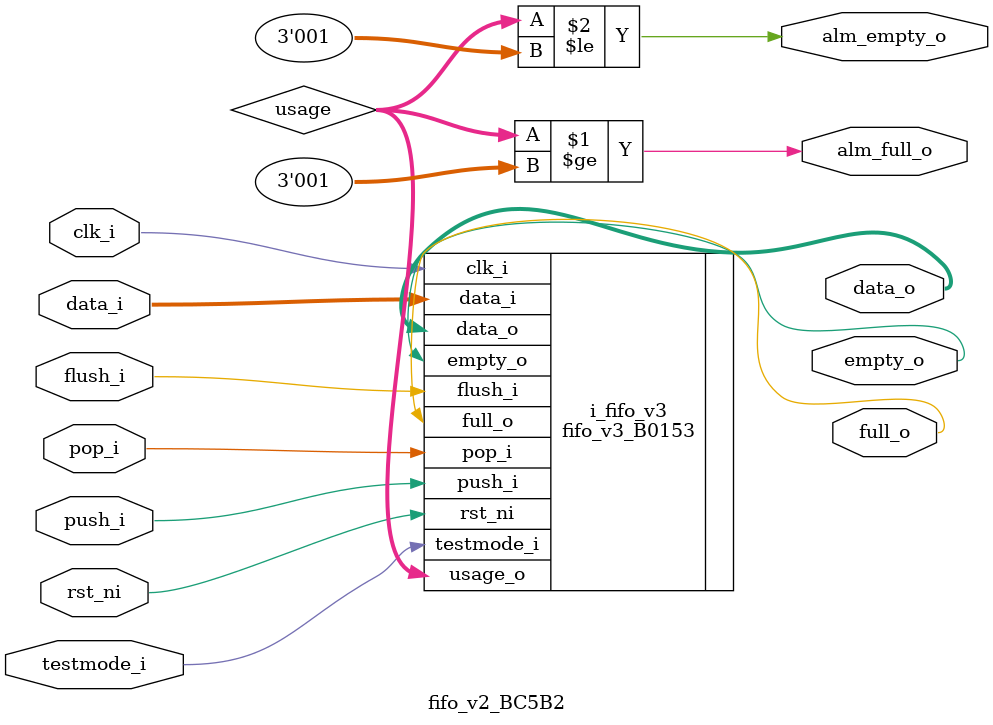
<source format=v>
module fifo_v2_264A2 (
	clk_i,
	rst_ni,
	flush_i,
	testmode_i,
	full_o,
	empty_o,
	alm_full_o,
	alm_empty_o,
	data_i,
	push_i,
	data_o,
	pop_i
);
	// Trace: vendor/pulp-platform/common_cells/src/deprecated/fifo_v2.sv:14:15
	parameter [0:0] FALL_THROUGH = 1'b0;
	// Trace: vendor/pulp-platform/common_cells/src/deprecated/fifo_v2.sv:15:15
	parameter [31:0] DATA_WIDTH = 32;
	// Trace: vendor/pulp-platform/common_cells/src/deprecated/fifo_v2.sv:16:15
	parameter [31:0] DEPTH = 8;
	// Trace: vendor/pulp-platform/common_cells/src/deprecated/fifo_v2.sv:17:15
	parameter [31:0] ALM_EMPTY_TH = 1;
	// Trace: vendor/pulp-platform/common_cells/src/deprecated/fifo_v2.sv:18:15
	parameter [31:0] ALM_FULL_TH = 1;
	// Trace: vendor/pulp-platform/common_cells/src/deprecated/fifo_v2.sv:19:20
	// removed localparam type dtype
	// Trace: vendor/pulp-platform/common_cells/src/deprecated/fifo_v2.sv:21:15
	parameter [31:0] ADDR_DEPTH = (DEPTH > 1 ? $clog2(DEPTH) : 1);
	// Trace: vendor/pulp-platform/common_cells/src/deprecated/fifo_v2.sv:23:5
	input wire clk_i;
	// Trace: vendor/pulp-platform/common_cells/src/deprecated/fifo_v2.sv:24:5
	input wire rst_ni;
	// Trace: vendor/pulp-platform/common_cells/src/deprecated/fifo_v2.sv:25:5
	input wire flush_i;
	// Trace: vendor/pulp-platform/common_cells/src/deprecated/fifo_v2.sv:26:5
	input wire testmode_i;
	// Trace: vendor/pulp-platform/common_cells/src/deprecated/fifo_v2.sv:28:5
	output wire full_o;
	// Trace: vendor/pulp-platform/common_cells/src/deprecated/fifo_v2.sv:29:5
	output wire empty_o;
	// Trace: vendor/pulp-platform/common_cells/src/deprecated/fifo_v2.sv:30:5
	output wire alm_full_o;
	// Trace: vendor/pulp-platform/common_cells/src/deprecated/fifo_v2.sv:31:5
	output wire alm_empty_o;
	// Trace: vendor/pulp-platform/common_cells/src/deprecated/fifo_v2.sv:33:5
	input wire [31:0] data_i;
	// Trace: vendor/pulp-platform/common_cells/src/deprecated/fifo_v2.sv:34:5
	input wire push_i;
	// Trace: vendor/pulp-platform/common_cells/src/deprecated/fifo_v2.sv:36:5
	output wire [31:0] data_o;
	// Trace: vendor/pulp-platform/common_cells/src/deprecated/fifo_v2.sv:37:5
	input wire pop_i;
	// Trace: vendor/pulp-platform/common_cells/src/deprecated/fifo_v2.sv:40:5
	wire [ADDR_DEPTH - 1:0] usage;
	// Trace: vendor/pulp-platform/common_cells/src/deprecated/fifo_v2.sv:43:5
	generate
		if (DEPTH == 0) begin : genblk1
			// Trace: vendor/pulp-platform/common_cells/src/deprecated/fifo_v2.sv:44:9
			assign alm_full_o = 1'b0;
			// Trace: vendor/pulp-platform/common_cells/src/deprecated/fifo_v2.sv:45:9
			assign alm_empty_o = 1'b0;
		end
		else begin : genblk1
			// Trace: vendor/pulp-platform/common_cells/src/deprecated/fifo_v2.sv:47:9
			assign alm_full_o = usage >= ALM_FULL_TH[ADDR_DEPTH - 1:0];
			// Trace: vendor/pulp-platform/common_cells/src/deprecated/fifo_v2.sv:48:9
			assign alm_empty_o = usage <= ALM_EMPTY_TH[ADDR_DEPTH - 1:0];
		end
	endgenerate
	// Trace: vendor/pulp-platform/common_cells/src/deprecated/fifo_v2.sv:51:5
	fifo_v3_4D453 #(
		.FALL_THROUGH(FALL_THROUGH),
		.DATA_WIDTH(DATA_WIDTH),
		.DEPTH(DEPTH)
	) i_fifo_v3(
		.clk_i(clk_i),
		.rst_ni(rst_ni),
		.flush_i(flush_i),
		.testmode_i(testmode_i),
		.full_o(full_o),
		.empty_o(empty_o),
		.usage_o(usage),
		.data_i(data_i),
		.push_i(push_i),
		.data_o(data_o),
		.pop_i(pop_i)
	);
	// Trace: vendor/pulp-platform/common_cells/src/deprecated/fifo_v2.sv:72:9
endmodule
module fifo_v2_2D55D_D5824 (
	clk_i,
	rst_ni,
	flush_i,
	testmode_i,
	full_o,
	empty_o,
	alm_full_o,
	alm_empty_o,
	data_i,
	push_i,
	data_o,
	pop_i
);
	// removed localparam type dtype_DATA_WIDTH_type
	parameter [31:0] dtype_DATA_WIDTH = 0;
	// Trace: vendor/pulp-platform/common_cells/src/deprecated/fifo_v2.sv:14:15
	parameter [0:0] FALL_THROUGH = 1'b0;
	// Trace: vendor/pulp-platform/common_cells/src/deprecated/fifo_v2.sv:15:15
	parameter [31:0] DATA_WIDTH = 32;
	// Trace: vendor/pulp-platform/common_cells/src/deprecated/fifo_v2.sv:16:15
	parameter [31:0] DEPTH = 8;
	// Trace: vendor/pulp-platform/common_cells/src/deprecated/fifo_v2.sv:17:15
	parameter [31:0] ALM_EMPTY_TH = 1;
	// Trace: vendor/pulp-platform/common_cells/src/deprecated/fifo_v2.sv:18:15
	parameter [31:0] ALM_FULL_TH = 1;
	// Trace: vendor/pulp-platform/common_cells/src/deprecated/fifo_v2.sv:19:20
	// removed localparam type dtype
	// Trace: vendor/pulp-platform/common_cells/src/deprecated/fifo_v2.sv:21:15
	parameter [31:0] ADDR_DEPTH = (DEPTH > 1 ? $clog2(DEPTH) : 1);
	// Trace: vendor/pulp-platform/common_cells/src/deprecated/fifo_v2.sv:23:5
	input wire clk_i;
	// Trace: vendor/pulp-platform/common_cells/src/deprecated/fifo_v2.sv:24:5
	input wire rst_ni;
	// Trace: vendor/pulp-platform/common_cells/src/deprecated/fifo_v2.sv:25:5
	input wire flush_i;
	// Trace: vendor/pulp-platform/common_cells/src/deprecated/fifo_v2.sv:26:5
	input wire testmode_i;
	// Trace: vendor/pulp-platform/common_cells/src/deprecated/fifo_v2.sv:28:5
	output wire full_o;
	// Trace: vendor/pulp-platform/common_cells/src/deprecated/fifo_v2.sv:29:5
	output wire empty_o;
	// Trace: vendor/pulp-platform/common_cells/src/deprecated/fifo_v2.sv:30:5
	output wire alm_full_o;
	// Trace: vendor/pulp-platform/common_cells/src/deprecated/fifo_v2.sv:31:5
	output wire alm_empty_o;
	// Trace: vendor/pulp-platform/common_cells/src/deprecated/fifo_v2.sv:33:5
	input wire [dtype_DATA_WIDTH - 1:0] data_i;
	// Trace: vendor/pulp-platform/common_cells/src/deprecated/fifo_v2.sv:34:5
	input wire push_i;
	// Trace: vendor/pulp-platform/common_cells/src/deprecated/fifo_v2.sv:36:5
	output wire [dtype_DATA_WIDTH - 1:0] data_o;
	// Trace: vendor/pulp-platform/common_cells/src/deprecated/fifo_v2.sv:37:5
	input wire pop_i;
	// Trace: vendor/pulp-platform/common_cells/src/deprecated/fifo_v2.sv:40:5
	wire [ADDR_DEPTH - 1:0] usage;
	// Trace: vendor/pulp-platform/common_cells/src/deprecated/fifo_v2.sv:43:5
	generate
		if (DEPTH == 0) begin : genblk1
			// Trace: vendor/pulp-platform/common_cells/src/deprecated/fifo_v2.sv:44:9
			assign alm_full_o = 1'b0;
			// Trace: vendor/pulp-platform/common_cells/src/deprecated/fifo_v2.sv:45:9
			assign alm_empty_o = 1'b0;
		end
		else begin : genblk1
			// Trace: vendor/pulp-platform/common_cells/src/deprecated/fifo_v2.sv:47:9
			assign alm_full_o = usage >= ALM_FULL_TH[ADDR_DEPTH - 1:0];
			// Trace: vendor/pulp-platform/common_cells/src/deprecated/fifo_v2.sv:48:9
			assign alm_empty_o = usage <= ALM_EMPTY_TH[ADDR_DEPTH - 1:0];
		end
	endgenerate
	// Trace: vendor/pulp-platform/common_cells/src/deprecated/fifo_v2.sv:51:5
	fifo_v3_19420_E888C #(
		.dtype_dtype_DATA_WIDTH(dtype_DATA_WIDTH),
		.FALL_THROUGH(FALL_THROUGH),
		.DATA_WIDTH(DATA_WIDTH),
		.DEPTH(DEPTH)
	) i_fifo_v3(
		.clk_i(clk_i),
		.rst_ni(rst_ni),
		.flush_i(flush_i),
		.testmode_i(testmode_i),
		.full_o(full_o),
		.empty_o(empty_o),
		.usage_o(usage),
		.data_i(data_i),
		.push_i(push_i),
		.data_o(data_o),
		.pop_i(pop_i)
	);
	// Trace: vendor/pulp-platform/common_cells/src/deprecated/fifo_v2.sv:72:9
endmodule
module fifo_v2_BC5B2 (
	clk_i,
	rst_ni,
	flush_i,
	testmode_i,
	full_o,
	empty_o,
	alm_full_o,
	alm_empty_o,
	data_i,
	push_i,
	data_o,
	pop_i
);
	// Trace: vendor/pulp-platform/common_cells/src/deprecated/fifo_v2.sv:14:15
	parameter [0:0] FALL_THROUGH = 1'b0;
	// Trace: vendor/pulp-platform/common_cells/src/deprecated/fifo_v2.sv:15:15
	parameter [31:0] DATA_WIDTH = 32;
	// Trace: vendor/pulp-platform/common_cells/src/deprecated/fifo_v2.sv:16:15
	parameter [31:0] DEPTH = 8;
	// Trace: vendor/pulp-platform/common_cells/src/deprecated/fifo_v2.sv:17:15
	parameter [31:0] ALM_EMPTY_TH = 1;
	// Trace: vendor/pulp-platform/common_cells/src/deprecated/fifo_v2.sv:18:15
	parameter [31:0] ALM_FULL_TH = 1;
	// Trace: vendor/pulp-platform/common_cells/src/deprecated/fifo_v2.sv:19:20
	// removed localparam type dtype
	// Trace: vendor/pulp-platform/common_cells/src/deprecated/fifo_v2.sv:21:15
	parameter [31:0] ADDR_DEPTH = (DEPTH > 1 ? $clog2(DEPTH) : 1);
	// Trace: vendor/pulp-platform/common_cells/src/deprecated/fifo_v2.sv:23:5
	input wire clk_i;
	// Trace: vendor/pulp-platform/common_cells/src/deprecated/fifo_v2.sv:24:5
	input wire rst_ni;
	// Trace: vendor/pulp-platform/common_cells/src/deprecated/fifo_v2.sv:25:5
	input wire flush_i;
	// Trace: vendor/pulp-platform/common_cells/src/deprecated/fifo_v2.sv:26:5
	input wire testmode_i;
	// Trace: vendor/pulp-platform/common_cells/src/deprecated/fifo_v2.sv:28:5
	output wire full_o;
	// Trace: vendor/pulp-platform/common_cells/src/deprecated/fifo_v2.sv:29:5
	output wire empty_o;
	// Trace: vendor/pulp-platform/common_cells/src/deprecated/fifo_v2.sv:30:5
	output wire alm_full_o;
	// Trace: vendor/pulp-platform/common_cells/src/deprecated/fifo_v2.sv:31:5
	output wire alm_empty_o;
	// Trace: vendor/pulp-platform/common_cells/src/deprecated/fifo_v2.sv:33:5
	input wire [7:0] data_i;
	// Trace: vendor/pulp-platform/common_cells/src/deprecated/fifo_v2.sv:34:5
	input wire push_i;
	// Trace: vendor/pulp-platform/common_cells/src/deprecated/fifo_v2.sv:36:5
	output wire [7:0] data_o;
	// Trace: vendor/pulp-platform/common_cells/src/deprecated/fifo_v2.sv:37:5
	input wire pop_i;
	// Trace: vendor/pulp-platform/common_cells/src/deprecated/fifo_v2.sv:40:5
	wire [ADDR_DEPTH - 1:0] usage;
	// Trace: vendor/pulp-platform/common_cells/src/deprecated/fifo_v2.sv:43:5
	generate
		if (DEPTH == 0) begin : genblk1
			// Trace: vendor/pulp-platform/common_cells/src/deprecated/fifo_v2.sv:44:9
			assign alm_full_o = 1'b0;
			// Trace: vendor/pulp-platform/common_cells/src/deprecated/fifo_v2.sv:45:9
			assign alm_empty_o = 1'b0;
		end
		else begin : genblk1
			// Trace: vendor/pulp-platform/common_cells/src/deprecated/fifo_v2.sv:47:9
			assign alm_full_o = usage >= ALM_FULL_TH[ADDR_DEPTH - 1:0];
			// Trace: vendor/pulp-platform/common_cells/src/deprecated/fifo_v2.sv:48:9
			assign alm_empty_o = usage <= ALM_EMPTY_TH[ADDR_DEPTH - 1:0];
		end
	endgenerate
	// Trace: vendor/pulp-platform/common_cells/src/deprecated/fifo_v2.sv:51:5
	fifo_v3_B0153 #(
		.FALL_THROUGH(FALL_THROUGH),
		.DATA_WIDTH(DATA_WIDTH),
		.DEPTH(DEPTH)
	) i_fifo_v3(
		.clk_i(clk_i),
		.rst_ni(rst_ni),
		.flush_i(flush_i),
		.testmode_i(testmode_i),
		.full_o(full_o),
		.empty_o(empty_o),
		.usage_o(usage),
		.data_i(data_i),
		.push_i(push_i),
		.data_o(data_o),
		.pop_i(pop_i)
	);
	// Trace: vendor/pulp-platform/common_cells/src/deprecated/fifo_v2.sv:72:9
endmodule

</source>
